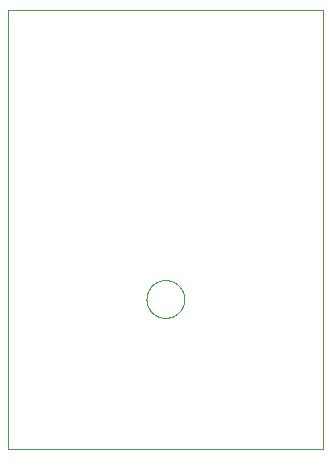
<source format=gtp>
G75*
%MOIN*%
%OFA0B0*%
%FSLAX25Y25*%
%IPPOS*%
%LPD*%
%AMOC8*
5,1,8,0,0,1.08239X$1,22.5*
%
%ADD10C,0.00000*%
D10*
X0001800Y0001800D02*
X0001800Y0148001D01*
X0106721Y0148001D01*
X0106721Y0001800D01*
X0001800Y0001800D01*
X0048001Y0051800D02*
X0048003Y0051958D01*
X0048009Y0052116D01*
X0048019Y0052274D01*
X0048033Y0052432D01*
X0048051Y0052589D01*
X0048072Y0052746D01*
X0048098Y0052902D01*
X0048128Y0053058D01*
X0048161Y0053213D01*
X0048199Y0053366D01*
X0048240Y0053519D01*
X0048285Y0053671D01*
X0048334Y0053822D01*
X0048387Y0053971D01*
X0048443Y0054119D01*
X0048503Y0054265D01*
X0048567Y0054410D01*
X0048635Y0054553D01*
X0048706Y0054695D01*
X0048780Y0054835D01*
X0048858Y0054972D01*
X0048940Y0055108D01*
X0049024Y0055242D01*
X0049113Y0055373D01*
X0049204Y0055502D01*
X0049299Y0055629D01*
X0049396Y0055754D01*
X0049497Y0055876D01*
X0049601Y0055995D01*
X0049708Y0056112D01*
X0049818Y0056226D01*
X0049931Y0056337D01*
X0050046Y0056446D01*
X0050164Y0056551D01*
X0050285Y0056653D01*
X0050408Y0056753D01*
X0050534Y0056849D01*
X0050662Y0056942D01*
X0050792Y0057032D01*
X0050925Y0057118D01*
X0051060Y0057202D01*
X0051196Y0057281D01*
X0051335Y0057358D01*
X0051476Y0057430D01*
X0051618Y0057500D01*
X0051762Y0057565D01*
X0051908Y0057627D01*
X0052055Y0057685D01*
X0052204Y0057740D01*
X0052354Y0057791D01*
X0052505Y0057838D01*
X0052657Y0057881D01*
X0052810Y0057920D01*
X0052965Y0057956D01*
X0053120Y0057987D01*
X0053276Y0058015D01*
X0053432Y0058039D01*
X0053589Y0058059D01*
X0053747Y0058075D01*
X0053904Y0058087D01*
X0054063Y0058095D01*
X0054221Y0058099D01*
X0054379Y0058099D01*
X0054537Y0058095D01*
X0054696Y0058087D01*
X0054853Y0058075D01*
X0055011Y0058059D01*
X0055168Y0058039D01*
X0055324Y0058015D01*
X0055480Y0057987D01*
X0055635Y0057956D01*
X0055790Y0057920D01*
X0055943Y0057881D01*
X0056095Y0057838D01*
X0056246Y0057791D01*
X0056396Y0057740D01*
X0056545Y0057685D01*
X0056692Y0057627D01*
X0056838Y0057565D01*
X0056982Y0057500D01*
X0057124Y0057430D01*
X0057265Y0057358D01*
X0057404Y0057281D01*
X0057540Y0057202D01*
X0057675Y0057118D01*
X0057808Y0057032D01*
X0057938Y0056942D01*
X0058066Y0056849D01*
X0058192Y0056753D01*
X0058315Y0056653D01*
X0058436Y0056551D01*
X0058554Y0056446D01*
X0058669Y0056337D01*
X0058782Y0056226D01*
X0058892Y0056112D01*
X0058999Y0055995D01*
X0059103Y0055876D01*
X0059204Y0055754D01*
X0059301Y0055629D01*
X0059396Y0055502D01*
X0059487Y0055373D01*
X0059576Y0055242D01*
X0059660Y0055108D01*
X0059742Y0054972D01*
X0059820Y0054835D01*
X0059894Y0054695D01*
X0059965Y0054553D01*
X0060033Y0054410D01*
X0060097Y0054265D01*
X0060157Y0054119D01*
X0060213Y0053971D01*
X0060266Y0053822D01*
X0060315Y0053671D01*
X0060360Y0053519D01*
X0060401Y0053366D01*
X0060439Y0053213D01*
X0060472Y0053058D01*
X0060502Y0052902D01*
X0060528Y0052746D01*
X0060549Y0052589D01*
X0060567Y0052432D01*
X0060581Y0052274D01*
X0060591Y0052116D01*
X0060597Y0051958D01*
X0060599Y0051800D01*
X0060597Y0051642D01*
X0060591Y0051484D01*
X0060581Y0051326D01*
X0060567Y0051168D01*
X0060549Y0051011D01*
X0060528Y0050854D01*
X0060502Y0050698D01*
X0060472Y0050542D01*
X0060439Y0050387D01*
X0060401Y0050234D01*
X0060360Y0050081D01*
X0060315Y0049929D01*
X0060266Y0049778D01*
X0060213Y0049629D01*
X0060157Y0049481D01*
X0060097Y0049335D01*
X0060033Y0049190D01*
X0059965Y0049047D01*
X0059894Y0048905D01*
X0059820Y0048765D01*
X0059742Y0048628D01*
X0059660Y0048492D01*
X0059576Y0048358D01*
X0059487Y0048227D01*
X0059396Y0048098D01*
X0059301Y0047971D01*
X0059204Y0047846D01*
X0059103Y0047724D01*
X0058999Y0047605D01*
X0058892Y0047488D01*
X0058782Y0047374D01*
X0058669Y0047263D01*
X0058554Y0047154D01*
X0058436Y0047049D01*
X0058315Y0046947D01*
X0058192Y0046847D01*
X0058066Y0046751D01*
X0057938Y0046658D01*
X0057808Y0046568D01*
X0057675Y0046482D01*
X0057540Y0046398D01*
X0057404Y0046319D01*
X0057265Y0046242D01*
X0057124Y0046170D01*
X0056982Y0046100D01*
X0056838Y0046035D01*
X0056692Y0045973D01*
X0056545Y0045915D01*
X0056396Y0045860D01*
X0056246Y0045809D01*
X0056095Y0045762D01*
X0055943Y0045719D01*
X0055790Y0045680D01*
X0055635Y0045644D01*
X0055480Y0045613D01*
X0055324Y0045585D01*
X0055168Y0045561D01*
X0055011Y0045541D01*
X0054853Y0045525D01*
X0054696Y0045513D01*
X0054537Y0045505D01*
X0054379Y0045501D01*
X0054221Y0045501D01*
X0054063Y0045505D01*
X0053904Y0045513D01*
X0053747Y0045525D01*
X0053589Y0045541D01*
X0053432Y0045561D01*
X0053276Y0045585D01*
X0053120Y0045613D01*
X0052965Y0045644D01*
X0052810Y0045680D01*
X0052657Y0045719D01*
X0052505Y0045762D01*
X0052354Y0045809D01*
X0052204Y0045860D01*
X0052055Y0045915D01*
X0051908Y0045973D01*
X0051762Y0046035D01*
X0051618Y0046100D01*
X0051476Y0046170D01*
X0051335Y0046242D01*
X0051196Y0046319D01*
X0051060Y0046398D01*
X0050925Y0046482D01*
X0050792Y0046568D01*
X0050662Y0046658D01*
X0050534Y0046751D01*
X0050408Y0046847D01*
X0050285Y0046947D01*
X0050164Y0047049D01*
X0050046Y0047154D01*
X0049931Y0047263D01*
X0049818Y0047374D01*
X0049708Y0047488D01*
X0049601Y0047605D01*
X0049497Y0047724D01*
X0049396Y0047846D01*
X0049299Y0047971D01*
X0049204Y0048098D01*
X0049113Y0048227D01*
X0049024Y0048358D01*
X0048940Y0048492D01*
X0048858Y0048628D01*
X0048780Y0048765D01*
X0048706Y0048905D01*
X0048635Y0049047D01*
X0048567Y0049190D01*
X0048503Y0049335D01*
X0048443Y0049481D01*
X0048387Y0049629D01*
X0048334Y0049778D01*
X0048285Y0049929D01*
X0048240Y0050081D01*
X0048199Y0050234D01*
X0048161Y0050387D01*
X0048128Y0050542D01*
X0048098Y0050698D01*
X0048072Y0050854D01*
X0048051Y0051011D01*
X0048033Y0051168D01*
X0048019Y0051326D01*
X0048009Y0051484D01*
X0048003Y0051642D01*
X0048001Y0051800D01*
M02*

</source>
